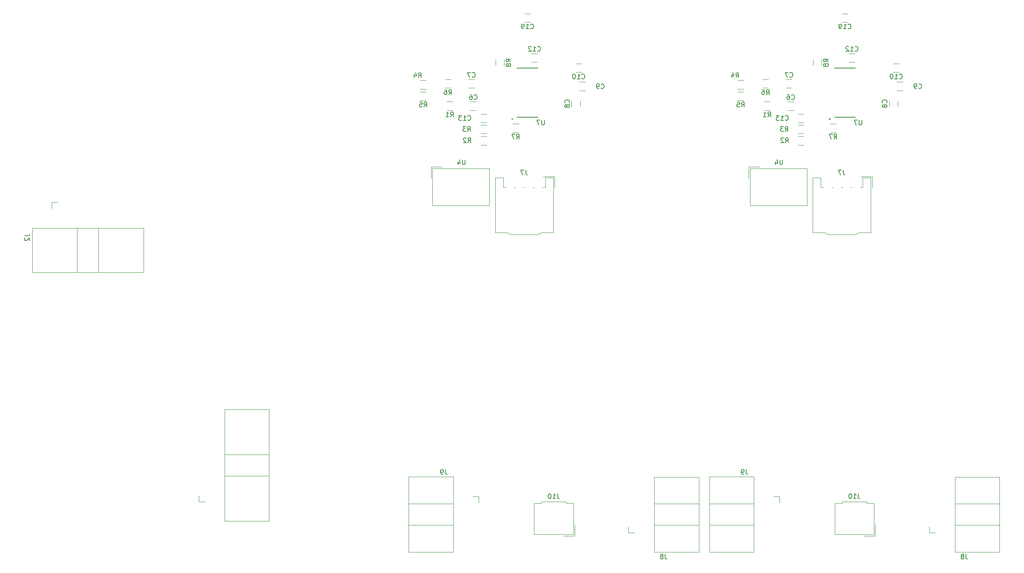
<source format=gbr>
G04 #@! TF.GenerationSoftware,KiCad,Pcbnew,(5.1.5)-3*
G04 #@! TF.CreationDate,2021-05-17T18:43:42+02:00*
G04 #@! TF.ProjectId,MK2EE,4d4b3245-452e-46b6-9963-61645f706362,1*
G04 #@! TF.SameCoordinates,Original*
G04 #@! TF.FileFunction,Legend,Bot*
G04 #@! TF.FilePolarity,Positive*
%FSLAX46Y46*%
G04 Gerber Fmt 4.6, Leading zero omitted, Abs format (unit mm)*
G04 Created by KiCad (PCBNEW (5.1.5)-3) date 2021-05-17 18:43:42*
%MOMM*%
%LPD*%
G04 APERTURE LIST*
%ADD10C,0.120000*%
%ADD11C,0.127000*%
%ADD12C,0.200000*%
%ADD13C,0.150000*%
G04 APERTURE END LIST*
D10*
X230046000Y-189290000D02*
X220696000Y-189290000D01*
X230046000Y-194930000D02*
X230046000Y-179150000D01*
X230046000Y-194930000D02*
X220696000Y-194930000D01*
X230046000Y-184790000D02*
X220696000Y-184790000D01*
X230046000Y-179150000D02*
X220696000Y-179150000D01*
X220696000Y-179150000D02*
X220696000Y-194930000D01*
X234176000Y-183230000D02*
X235446000Y-183230000D01*
X235446000Y-183230000D02*
X235446000Y-184500000D01*
X255561000Y-191560000D02*
X253151000Y-191560000D01*
X255561000Y-189150000D02*
X255561000Y-191560000D01*
X247041000Y-191260000D02*
X251151000Y-191260000D01*
X247041000Y-184740000D02*
X247041000Y-191260000D01*
X248541000Y-184740000D02*
X247041000Y-184740000D01*
X248541000Y-184340000D02*
X248541000Y-184740000D01*
X251151000Y-184340000D02*
X248541000Y-184340000D01*
X255261000Y-191260000D02*
X251151000Y-191260000D01*
X255261000Y-184740000D02*
X255261000Y-191260000D01*
X253761000Y-184740000D02*
X255261000Y-184740000D01*
X253761000Y-184340000D02*
X253761000Y-184740000D01*
X251151000Y-184340000D02*
X253761000Y-184340000D01*
X272256000Y-184810000D02*
X281606000Y-184810000D01*
X272256000Y-179170000D02*
X272256000Y-194950000D01*
X272256000Y-179170000D02*
X281606000Y-179170000D01*
X272256000Y-189310000D02*
X281606000Y-189310000D01*
X272256000Y-194950000D02*
X281606000Y-194950000D01*
X281606000Y-194950000D02*
X281606000Y-179170000D01*
X268126000Y-190870000D02*
X266856000Y-190870000D01*
X266856000Y-190870000D02*
X266856000Y-189600000D01*
X246092936Y-104945000D02*
X247297064Y-104945000D01*
X246092936Y-106765000D02*
X247297064Y-106765000D01*
X242485000Y-92707064D02*
X242485000Y-91502936D01*
X244305000Y-92707064D02*
X244305000Y-91502936D01*
X231882936Y-95625000D02*
X233087064Y-95625000D01*
X231882936Y-97445000D02*
X233087064Y-97445000D01*
X254905000Y-115995000D02*
X252495000Y-115995000D01*
X254905000Y-118405000D02*
X254905000Y-115995000D01*
X246635000Y-118345000D02*
X246355000Y-118345000D01*
X248635000Y-118345000D02*
X248355000Y-118345000D01*
X250635000Y-118345000D02*
X250355000Y-118345000D01*
X244105000Y-118345000D02*
X244635000Y-118345000D01*
X244105000Y-116295000D02*
X244105000Y-118345000D01*
X242385000Y-116295000D02*
X244105000Y-116295000D01*
X242385000Y-127765000D02*
X242385000Y-116295000D01*
X244995000Y-127765000D02*
X242385000Y-127765000D01*
X245495000Y-128265000D02*
X244995000Y-127765000D01*
X248495000Y-128265000D02*
X245495000Y-128265000D01*
X252885000Y-118345000D02*
X252355000Y-118345000D01*
X252885000Y-116295000D02*
X252885000Y-118345000D01*
X254605000Y-116295000D02*
X252885000Y-116295000D01*
X254605000Y-127765000D02*
X254605000Y-116295000D01*
X251995000Y-127765000D02*
X254605000Y-127765000D01*
X251495000Y-128265000D02*
X251995000Y-127765000D01*
X248495000Y-128265000D02*
X251495000Y-128265000D01*
X259327936Y-92325000D02*
X260532064Y-92325000D01*
X259327936Y-94145000D02*
X260532064Y-94145000D01*
X240572064Y-104690000D02*
X239367936Y-104690000D01*
X240572064Y-102870000D02*
X239367936Y-102870000D01*
X240572064Y-109390000D02*
X239367936Y-109390000D01*
X240572064Y-107570000D02*
X239367936Y-107570000D01*
X260280000Y-100112936D02*
X260280000Y-101317064D01*
X258460000Y-100112936D02*
X258460000Y-101317064D01*
X226687936Y-98225000D02*
X227892064Y-98225000D01*
X226687936Y-100045000D02*
X227892064Y-100045000D01*
X227892064Y-97645000D02*
X226687936Y-97645000D01*
X227892064Y-95825000D02*
X226687936Y-95825000D01*
X239367936Y-105195000D02*
X240572064Y-105195000D01*
X239367936Y-107015000D02*
X240572064Y-107015000D01*
X232232936Y-100310000D02*
X233437064Y-100310000D01*
X232232936Y-102130000D02*
X233437064Y-102130000D01*
X248567936Y-81820000D02*
X249772064Y-81820000D01*
X248567936Y-83640000D02*
X249772064Y-83640000D01*
X251234564Y-91990000D02*
X250030436Y-91990000D01*
X251234564Y-90170000D02*
X250030436Y-90170000D01*
X260127936Y-96165000D02*
X261332064Y-96165000D01*
X260127936Y-97985000D02*
X261332064Y-97985000D01*
D11*
X246970000Y-93235000D02*
X251370000Y-93235000D01*
X246970000Y-103575000D02*
X251370000Y-103575000D01*
D12*
X246100000Y-103965000D02*
G75*
G03X246100000Y-103965000I-100000J0D01*
G01*
D10*
X238037064Y-97445000D02*
X236832936Y-97445000D01*
X238037064Y-95625000D02*
X236832936Y-95625000D01*
X238387064Y-102130000D02*
X237182936Y-102130000D01*
X238387064Y-100310000D02*
X237182936Y-100310000D01*
X229250000Y-114310000D02*
X229250000Y-122160000D01*
X229250000Y-122160000D02*
X241190000Y-122160000D01*
X241190000Y-122160000D02*
X241190000Y-114310000D01*
X241190000Y-114310000D02*
X229250000Y-114310000D01*
X228920000Y-116430000D02*
X228920000Y-113980000D01*
X228920000Y-113980000D02*
X231250000Y-113980000D01*
X181845000Y-128265000D02*
X184845000Y-128265000D01*
X184845000Y-128265000D02*
X185345000Y-127765000D01*
X185345000Y-127765000D02*
X187955000Y-127765000D01*
X187955000Y-127765000D02*
X187955000Y-116295000D01*
X187955000Y-116295000D02*
X186235000Y-116295000D01*
X186235000Y-116295000D02*
X186235000Y-118345000D01*
X186235000Y-118345000D02*
X185705000Y-118345000D01*
X181845000Y-128265000D02*
X178845000Y-128265000D01*
X178845000Y-128265000D02*
X178345000Y-127765000D01*
X178345000Y-127765000D02*
X175735000Y-127765000D01*
X175735000Y-127765000D02*
X175735000Y-116295000D01*
X175735000Y-116295000D02*
X177455000Y-116295000D01*
X177455000Y-116295000D02*
X177455000Y-118345000D01*
X177455000Y-118345000D02*
X177985000Y-118345000D01*
X183985000Y-118345000D02*
X183705000Y-118345000D01*
X181985000Y-118345000D02*
X181705000Y-118345000D01*
X179985000Y-118345000D02*
X179705000Y-118345000D01*
X188255000Y-118405000D02*
X188255000Y-115995000D01*
X188255000Y-115995000D02*
X185845000Y-115995000D01*
X203746000Y-190870000D02*
X203746000Y-189600000D01*
X205016000Y-190870000D02*
X203746000Y-190870000D01*
X218496000Y-194950000D02*
X218496000Y-179170000D01*
X209146000Y-194950000D02*
X218496000Y-194950000D01*
X209146000Y-189310000D02*
X218496000Y-189310000D01*
X209146000Y-179170000D02*
X218496000Y-179170000D01*
X209146000Y-179170000D02*
X209146000Y-194950000D01*
X209146000Y-184810000D02*
X218496000Y-184810000D01*
X172336000Y-183230000D02*
X172336000Y-184500000D01*
X171066000Y-183230000D02*
X172336000Y-183230000D01*
X157586000Y-179150000D02*
X157586000Y-194930000D01*
X166936000Y-179150000D02*
X157586000Y-179150000D01*
X166936000Y-184790000D02*
X157586000Y-184790000D01*
X166936000Y-194930000D02*
X157586000Y-194930000D01*
X166936000Y-194930000D02*
X166936000Y-179150000D01*
X166936000Y-189290000D02*
X157586000Y-189290000D01*
X188041000Y-184340000D02*
X190651000Y-184340000D01*
X190651000Y-184340000D02*
X190651000Y-184740000D01*
X190651000Y-184740000D02*
X192151000Y-184740000D01*
X192151000Y-184740000D02*
X192151000Y-191260000D01*
X192151000Y-191260000D02*
X188041000Y-191260000D01*
X188041000Y-184340000D02*
X185431000Y-184340000D01*
X185431000Y-184340000D02*
X185431000Y-184740000D01*
X185431000Y-184740000D02*
X183931000Y-184740000D01*
X183931000Y-184740000D02*
X183931000Y-191260000D01*
X183931000Y-191260000D02*
X188041000Y-191260000D01*
X192451000Y-189150000D02*
X192451000Y-191560000D01*
X192451000Y-191560000D02*
X190041000Y-191560000D01*
X162270000Y-113980000D02*
X164600000Y-113980000D01*
X162270000Y-116430000D02*
X162270000Y-113980000D01*
X174540000Y-114310000D02*
X162600000Y-114310000D01*
X174540000Y-122160000D02*
X174540000Y-114310000D01*
X162600000Y-122160000D02*
X174540000Y-122160000D01*
X162600000Y-114310000D02*
X162600000Y-122160000D01*
D12*
X179450000Y-103965000D02*
G75*
G03X179450000Y-103965000I-100000J0D01*
G01*
D11*
X180320000Y-103575000D02*
X184720000Y-103575000D01*
X180320000Y-93235000D02*
X184720000Y-93235000D01*
D10*
X92489000Y-126874000D02*
X92489000Y-136224000D01*
X87989000Y-126874000D02*
X87989000Y-136224000D01*
X101939000Y-126874000D02*
X78539000Y-126874000D01*
X101939000Y-126874000D02*
X101939000Y-136224000D01*
X78539000Y-126874000D02*
X78539000Y-136224000D01*
X78539000Y-136224000D02*
X101939000Y-136224000D01*
X82619000Y-122744000D02*
X82619000Y-121474000D01*
X82619000Y-121474000D02*
X83889000Y-121474000D01*
X118939000Y-174454000D02*
X128289000Y-174454000D01*
X118939000Y-178954000D02*
X128289000Y-178954000D01*
X118939000Y-165004000D02*
X118939000Y-188404000D01*
X118939000Y-165004000D02*
X128289000Y-165004000D01*
X118939000Y-188404000D02*
X128289000Y-188404000D01*
X128289000Y-188404000D02*
X128289000Y-165004000D01*
X114809000Y-184324000D02*
X113539000Y-184324000D01*
X113539000Y-184324000D02*
X113539000Y-183054000D01*
X171737064Y-100310000D02*
X170532936Y-100310000D01*
X171737064Y-102130000D02*
X170532936Y-102130000D01*
X171387064Y-95625000D02*
X170182936Y-95625000D01*
X171387064Y-97445000D02*
X170182936Y-97445000D01*
X191810000Y-100112936D02*
X191810000Y-101317064D01*
X193630000Y-100112936D02*
X193630000Y-101317064D01*
X193477936Y-97985000D02*
X194682064Y-97985000D01*
X193477936Y-96165000D02*
X194682064Y-96165000D01*
X192677936Y-94145000D02*
X193882064Y-94145000D01*
X192677936Y-92325000D02*
X193882064Y-92325000D01*
X184584564Y-90170000D02*
X183380436Y-90170000D01*
X184584564Y-91990000D02*
X183380436Y-91990000D01*
X173922064Y-102870000D02*
X172717936Y-102870000D01*
X173922064Y-104690000D02*
X172717936Y-104690000D01*
X181917936Y-83640000D02*
X183122064Y-83640000D01*
X181917936Y-81820000D02*
X183122064Y-81820000D01*
X165582936Y-102130000D02*
X166787064Y-102130000D01*
X165582936Y-100310000D02*
X166787064Y-100310000D01*
X173922064Y-107570000D02*
X172717936Y-107570000D01*
X173922064Y-109390000D02*
X172717936Y-109390000D01*
X172717936Y-107015000D02*
X173922064Y-107015000D01*
X172717936Y-105195000D02*
X173922064Y-105195000D01*
X161242064Y-95825000D02*
X160037936Y-95825000D01*
X161242064Y-97645000D02*
X160037936Y-97645000D01*
X160037936Y-100045000D02*
X161242064Y-100045000D01*
X160037936Y-98225000D02*
X161242064Y-98225000D01*
X165232936Y-97445000D02*
X166437064Y-97445000D01*
X165232936Y-95625000D02*
X166437064Y-95625000D01*
X179442936Y-106765000D02*
X180647064Y-106765000D01*
X179442936Y-104945000D02*
X180647064Y-104945000D01*
X177655000Y-92707064D02*
X177655000Y-91502936D01*
X175835000Y-92707064D02*
X175835000Y-91502936D01*
D13*
X228404333Y-177602380D02*
X228404333Y-178316666D01*
X228451952Y-178459523D01*
X228547190Y-178554761D01*
X228690047Y-178602380D01*
X228785285Y-178602380D01*
X227880523Y-178602380D02*
X227690047Y-178602380D01*
X227594809Y-178554761D01*
X227547190Y-178507142D01*
X227451952Y-178364285D01*
X227404333Y-178173809D01*
X227404333Y-177792857D01*
X227451952Y-177697619D01*
X227499571Y-177650000D01*
X227594809Y-177602380D01*
X227785285Y-177602380D01*
X227880523Y-177650000D01*
X227928142Y-177697619D01*
X227975761Y-177792857D01*
X227975761Y-178030952D01*
X227928142Y-178126190D01*
X227880523Y-178173809D01*
X227785285Y-178221428D01*
X227594809Y-178221428D01*
X227499571Y-178173809D01*
X227451952Y-178126190D01*
X227404333Y-178030952D01*
X251960523Y-182702380D02*
X251960523Y-183416666D01*
X252008142Y-183559523D01*
X252103380Y-183654761D01*
X252246238Y-183702380D01*
X252341476Y-183702380D01*
X250960523Y-183702380D02*
X251531952Y-183702380D01*
X251246238Y-183702380D02*
X251246238Y-182702380D01*
X251341476Y-182845238D01*
X251436714Y-182940476D01*
X251531952Y-182988095D01*
X250341476Y-182702380D02*
X250246238Y-182702380D01*
X250151000Y-182750000D01*
X250103380Y-182797619D01*
X250055761Y-182892857D01*
X250008142Y-183083333D01*
X250008142Y-183321428D01*
X250055761Y-183511904D01*
X250103380Y-183607142D01*
X250151000Y-183654761D01*
X250246238Y-183702380D01*
X250341476Y-183702380D01*
X250436714Y-183654761D01*
X250484333Y-183607142D01*
X250531952Y-183511904D01*
X250579571Y-183321428D01*
X250579571Y-183083333D01*
X250531952Y-182892857D01*
X250484333Y-182797619D01*
X250436714Y-182750000D01*
X250341476Y-182702380D01*
X274564333Y-195402380D02*
X274564333Y-196116666D01*
X274611952Y-196259523D01*
X274707190Y-196354761D01*
X274850047Y-196402380D01*
X274945285Y-196402380D01*
X273945285Y-195830952D02*
X274040523Y-195783333D01*
X274088142Y-195735714D01*
X274135761Y-195640476D01*
X274135761Y-195592857D01*
X274088142Y-195497619D01*
X274040523Y-195450000D01*
X273945285Y-195402380D01*
X273754809Y-195402380D01*
X273659571Y-195450000D01*
X273611952Y-195497619D01*
X273564333Y-195592857D01*
X273564333Y-195640476D01*
X273611952Y-195735714D01*
X273659571Y-195783333D01*
X273754809Y-195830952D01*
X273945285Y-195830952D01*
X274040523Y-195878571D01*
X274088142Y-195926190D01*
X274135761Y-196021428D01*
X274135761Y-196211904D01*
X274088142Y-196307142D01*
X274040523Y-196354761D01*
X273945285Y-196402380D01*
X273754809Y-196402380D01*
X273659571Y-196354761D01*
X273611952Y-196307142D01*
X273564333Y-196211904D01*
X273564333Y-196021428D01*
X273611952Y-195926190D01*
X273659571Y-195878571D01*
X273754809Y-195830952D01*
X246861666Y-108127380D02*
X247195000Y-107651190D01*
X247433095Y-108127380D02*
X247433095Y-107127380D01*
X247052142Y-107127380D01*
X246956904Y-107175000D01*
X246909285Y-107222619D01*
X246861666Y-107317857D01*
X246861666Y-107460714D01*
X246909285Y-107555952D01*
X246956904Y-107603571D01*
X247052142Y-107651190D01*
X247433095Y-107651190D01*
X246528333Y-107127380D02*
X245861666Y-107127380D01*
X246290238Y-108127380D01*
X245667380Y-91938333D02*
X245191190Y-91605000D01*
X245667380Y-91366904D02*
X244667380Y-91366904D01*
X244667380Y-91747857D01*
X244715000Y-91843095D01*
X244762619Y-91890714D01*
X244857857Y-91938333D01*
X245000714Y-91938333D01*
X245095952Y-91890714D01*
X245143571Y-91843095D01*
X245191190Y-91747857D01*
X245191190Y-91366904D01*
X245095952Y-92509761D02*
X245048333Y-92414523D01*
X245000714Y-92366904D01*
X244905476Y-92319285D01*
X244857857Y-92319285D01*
X244762619Y-92366904D01*
X244715000Y-92414523D01*
X244667380Y-92509761D01*
X244667380Y-92700238D01*
X244715000Y-92795476D01*
X244762619Y-92843095D01*
X244857857Y-92890714D01*
X244905476Y-92890714D01*
X245000714Y-92843095D01*
X245048333Y-92795476D01*
X245095952Y-92700238D01*
X245095952Y-92509761D01*
X245143571Y-92414523D01*
X245191190Y-92366904D01*
X245286428Y-92319285D01*
X245476904Y-92319285D01*
X245572142Y-92366904D01*
X245619761Y-92414523D01*
X245667380Y-92509761D01*
X245667380Y-92700238D01*
X245619761Y-92795476D01*
X245572142Y-92843095D01*
X245476904Y-92890714D01*
X245286428Y-92890714D01*
X245191190Y-92843095D01*
X245143571Y-92795476D01*
X245095952Y-92700238D01*
X232651666Y-98807380D02*
X232985000Y-98331190D01*
X233223095Y-98807380D02*
X233223095Y-97807380D01*
X232842142Y-97807380D01*
X232746904Y-97855000D01*
X232699285Y-97902619D01*
X232651666Y-97997857D01*
X232651666Y-98140714D01*
X232699285Y-98235952D01*
X232746904Y-98283571D01*
X232842142Y-98331190D01*
X233223095Y-98331190D01*
X231794523Y-97807380D02*
X231985000Y-97807380D01*
X232080238Y-97855000D01*
X232127857Y-97902619D01*
X232223095Y-98045476D01*
X232270714Y-98235952D01*
X232270714Y-98616904D01*
X232223095Y-98712142D01*
X232175476Y-98759761D01*
X232080238Y-98807380D01*
X231889761Y-98807380D01*
X231794523Y-98759761D01*
X231746904Y-98712142D01*
X231699285Y-98616904D01*
X231699285Y-98378809D01*
X231746904Y-98283571D01*
X231794523Y-98235952D01*
X231889761Y-98188333D01*
X232080238Y-98188333D01*
X232175476Y-98235952D01*
X232223095Y-98283571D01*
X232270714Y-98378809D01*
X248828333Y-114657380D02*
X248828333Y-115371666D01*
X248875952Y-115514523D01*
X248971190Y-115609761D01*
X249114047Y-115657380D01*
X249209285Y-115657380D01*
X248447380Y-114657380D02*
X247780714Y-114657380D01*
X248209285Y-115657380D01*
X260572857Y-95412142D02*
X260620476Y-95459761D01*
X260763333Y-95507380D01*
X260858571Y-95507380D01*
X261001428Y-95459761D01*
X261096666Y-95364523D01*
X261144285Y-95269285D01*
X261191904Y-95078809D01*
X261191904Y-94935952D01*
X261144285Y-94745476D01*
X261096666Y-94650238D01*
X261001428Y-94555000D01*
X260858571Y-94507380D01*
X260763333Y-94507380D01*
X260620476Y-94555000D01*
X260572857Y-94602619D01*
X259620476Y-95507380D02*
X260191904Y-95507380D01*
X259906190Y-95507380D02*
X259906190Y-94507380D01*
X260001428Y-94650238D01*
X260096666Y-94745476D01*
X260191904Y-94793095D01*
X259001428Y-94507380D02*
X258906190Y-94507380D01*
X258810952Y-94555000D01*
X258763333Y-94602619D01*
X258715714Y-94697857D01*
X258668095Y-94888333D01*
X258668095Y-95126428D01*
X258715714Y-95316904D01*
X258763333Y-95412142D01*
X258810952Y-95459761D01*
X258906190Y-95507380D01*
X259001428Y-95507380D01*
X259096666Y-95459761D01*
X259144285Y-95412142D01*
X259191904Y-95316904D01*
X259239523Y-95126428D01*
X259239523Y-94888333D01*
X259191904Y-94697857D01*
X259144285Y-94602619D01*
X259096666Y-94555000D01*
X259001428Y-94507380D01*
X236652857Y-104137142D02*
X236700476Y-104184761D01*
X236843333Y-104232380D01*
X236938571Y-104232380D01*
X237081428Y-104184761D01*
X237176666Y-104089523D01*
X237224285Y-103994285D01*
X237271904Y-103803809D01*
X237271904Y-103660952D01*
X237224285Y-103470476D01*
X237176666Y-103375238D01*
X237081428Y-103280000D01*
X236938571Y-103232380D01*
X236843333Y-103232380D01*
X236700476Y-103280000D01*
X236652857Y-103327619D01*
X235700476Y-104232380D02*
X236271904Y-104232380D01*
X235986190Y-104232380D02*
X235986190Y-103232380D01*
X236081428Y-103375238D01*
X236176666Y-103470476D01*
X236271904Y-103518095D01*
X235367142Y-103232380D02*
X234748095Y-103232380D01*
X235081428Y-103613333D01*
X234938571Y-103613333D01*
X234843333Y-103660952D01*
X234795714Y-103708571D01*
X234748095Y-103803809D01*
X234748095Y-104041904D01*
X234795714Y-104137142D01*
X234843333Y-104184761D01*
X234938571Y-104232380D01*
X235224285Y-104232380D01*
X235319523Y-104184761D01*
X235367142Y-104137142D01*
X236666666Y-108902380D02*
X237000000Y-108426190D01*
X237238095Y-108902380D02*
X237238095Y-107902380D01*
X236857142Y-107902380D01*
X236761904Y-107950000D01*
X236714285Y-107997619D01*
X236666666Y-108092857D01*
X236666666Y-108235714D01*
X236714285Y-108330952D01*
X236761904Y-108378571D01*
X236857142Y-108426190D01*
X237238095Y-108426190D01*
X236285714Y-107997619D02*
X236238095Y-107950000D01*
X236142857Y-107902380D01*
X235904761Y-107902380D01*
X235809523Y-107950000D01*
X235761904Y-107997619D01*
X235714285Y-108092857D01*
X235714285Y-108188095D01*
X235761904Y-108330952D01*
X236333333Y-108902380D01*
X235714285Y-108902380D01*
X257907142Y-100548333D02*
X257954761Y-100500714D01*
X258002380Y-100357857D01*
X258002380Y-100262619D01*
X257954761Y-100119761D01*
X257859523Y-100024523D01*
X257764285Y-99976904D01*
X257573809Y-99929285D01*
X257430952Y-99929285D01*
X257240476Y-99976904D01*
X257145238Y-100024523D01*
X257050000Y-100119761D01*
X257002380Y-100262619D01*
X257002380Y-100357857D01*
X257050000Y-100500714D01*
X257097619Y-100548333D01*
X257430952Y-101119761D02*
X257383333Y-101024523D01*
X257335714Y-100976904D01*
X257240476Y-100929285D01*
X257192857Y-100929285D01*
X257097619Y-100976904D01*
X257050000Y-101024523D01*
X257002380Y-101119761D01*
X257002380Y-101310238D01*
X257050000Y-101405476D01*
X257097619Y-101453095D01*
X257192857Y-101500714D01*
X257240476Y-101500714D01*
X257335714Y-101453095D01*
X257383333Y-101405476D01*
X257430952Y-101310238D01*
X257430952Y-101119761D01*
X257478571Y-101024523D01*
X257526190Y-100976904D01*
X257621428Y-100929285D01*
X257811904Y-100929285D01*
X257907142Y-100976904D01*
X257954761Y-101024523D01*
X258002380Y-101119761D01*
X258002380Y-101310238D01*
X257954761Y-101405476D01*
X257907142Y-101453095D01*
X257811904Y-101500714D01*
X257621428Y-101500714D01*
X257526190Y-101453095D01*
X257478571Y-101405476D01*
X257430952Y-101310238D01*
X227456666Y-101407380D02*
X227790000Y-100931190D01*
X228028095Y-101407380D02*
X228028095Y-100407380D01*
X227647142Y-100407380D01*
X227551904Y-100455000D01*
X227504285Y-100502619D01*
X227456666Y-100597857D01*
X227456666Y-100740714D01*
X227504285Y-100835952D01*
X227551904Y-100883571D01*
X227647142Y-100931190D01*
X228028095Y-100931190D01*
X226551904Y-100407380D02*
X227028095Y-100407380D01*
X227075714Y-100883571D01*
X227028095Y-100835952D01*
X226932857Y-100788333D01*
X226694761Y-100788333D01*
X226599523Y-100835952D01*
X226551904Y-100883571D01*
X226504285Y-100978809D01*
X226504285Y-101216904D01*
X226551904Y-101312142D01*
X226599523Y-101359761D01*
X226694761Y-101407380D01*
X226932857Y-101407380D01*
X227028095Y-101359761D01*
X227075714Y-101312142D01*
X226286666Y-95237380D02*
X226620000Y-94761190D01*
X226858095Y-95237380D02*
X226858095Y-94237380D01*
X226477142Y-94237380D01*
X226381904Y-94285000D01*
X226334285Y-94332619D01*
X226286666Y-94427857D01*
X226286666Y-94570714D01*
X226334285Y-94665952D01*
X226381904Y-94713571D01*
X226477142Y-94761190D01*
X226858095Y-94761190D01*
X225429523Y-94570714D02*
X225429523Y-95237380D01*
X225667619Y-94189761D02*
X225905714Y-94904047D01*
X225286666Y-94904047D01*
X236606666Y-106552380D02*
X236940000Y-106076190D01*
X237178095Y-106552380D02*
X237178095Y-105552380D01*
X236797142Y-105552380D01*
X236701904Y-105600000D01*
X236654285Y-105647619D01*
X236606666Y-105742857D01*
X236606666Y-105885714D01*
X236654285Y-105980952D01*
X236701904Y-106028571D01*
X236797142Y-106076190D01*
X237178095Y-106076190D01*
X236273333Y-105552380D02*
X235654285Y-105552380D01*
X235987619Y-105933333D01*
X235844761Y-105933333D01*
X235749523Y-105980952D01*
X235701904Y-106028571D01*
X235654285Y-106123809D01*
X235654285Y-106361904D01*
X235701904Y-106457142D01*
X235749523Y-106504761D01*
X235844761Y-106552380D01*
X236130476Y-106552380D01*
X236225714Y-106504761D01*
X236273333Y-106457142D01*
X233001666Y-103492380D02*
X233335000Y-103016190D01*
X233573095Y-103492380D02*
X233573095Y-102492380D01*
X233192142Y-102492380D01*
X233096904Y-102540000D01*
X233049285Y-102587619D01*
X233001666Y-102682857D01*
X233001666Y-102825714D01*
X233049285Y-102920952D01*
X233096904Y-102968571D01*
X233192142Y-103016190D01*
X233573095Y-103016190D01*
X232049285Y-103492380D02*
X232620714Y-103492380D01*
X232335000Y-103492380D02*
X232335000Y-102492380D01*
X232430238Y-102635238D01*
X232525476Y-102730476D01*
X232620714Y-102778095D01*
X249812857Y-84907142D02*
X249860476Y-84954761D01*
X250003333Y-85002380D01*
X250098571Y-85002380D01*
X250241428Y-84954761D01*
X250336666Y-84859523D01*
X250384285Y-84764285D01*
X250431904Y-84573809D01*
X250431904Y-84430952D01*
X250384285Y-84240476D01*
X250336666Y-84145238D01*
X250241428Y-84050000D01*
X250098571Y-84002380D01*
X250003333Y-84002380D01*
X249860476Y-84050000D01*
X249812857Y-84097619D01*
X248860476Y-85002380D02*
X249431904Y-85002380D01*
X249146190Y-85002380D02*
X249146190Y-84002380D01*
X249241428Y-84145238D01*
X249336666Y-84240476D01*
X249431904Y-84288095D01*
X248384285Y-85002380D02*
X248193809Y-85002380D01*
X248098571Y-84954761D01*
X248050952Y-84907142D01*
X247955714Y-84764285D01*
X247908095Y-84573809D01*
X247908095Y-84192857D01*
X247955714Y-84097619D01*
X248003333Y-84050000D01*
X248098571Y-84002380D01*
X248289047Y-84002380D01*
X248384285Y-84050000D01*
X248431904Y-84097619D01*
X248479523Y-84192857D01*
X248479523Y-84430952D01*
X248431904Y-84526190D01*
X248384285Y-84573809D01*
X248289047Y-84621428D01*
X248098571Y-84621428D01*
X248003333Y-84573809D01*
X247955714Y-84526190D01*
X247908095Y-84430952D01*
X251275357Y-89617142D02*
X251322976Y-89664761D01*
X251465833Y-89712380D01*
X251561071Y-89712380D01*
X251703928Y-89664761D01*
X251799166Y-89569523D01*
X251846785Y-89474285D01*
X251894404Y-89283809D01*
X251894404Y-89140952D01*
X251846785Y-88950476D01*
X251799166Y-88855238D01*
X251703928Y-88760000D01*
X251561071Y-88712380D01*
X251465833Y-88712380D01*
X251322976Y-88760000D01*
X251275357Y-88807619D01*
X250322976Y-89712380D02*
X250894404Y-89712380D01*
X250608690Y-89712380D02*
X250608690Y-88712380D01*
X250703928Y-88855238D01*
X250799166Y-88950476D01*
X250894404Y-88998095D01*
X249942023Y-88807619D02*
X249894404Y-88760000D01*
X249799166Y-88712380D01*
X249561071Y-88712380D01*
X249465833Y-88760000D01*
X249418214Y-88807619D01*
X249370595Y-88902857D01*
X249370595Y-88998095D01*
X249418214Y-89140952D01*
X249989642Y-89712380D01*
X249370595Y-89712380D01*
X264626666Y-97477142D02*
X264674285Y-97524761D01*
X264817142Y-97572380D01*
X264912380Y-97572380D01*
X265055238Y-97524761D01*
X265150476Y-97429523D01*
X265198095Y-97334285D01*
X265245714Y-97143809D01*
X265245714Y-97000952D01*
X265198095Y-96810476D01*
X265150476Y-96715238D01*
X265055238Y-96620000D01*
X264912380Y-96572380D01*
X264817142Y-96572380D01*
X264674285Y-96620000D01*
X264626666Y-96667619D01*
X264150476Y-97572380D02*
X263960000Y-97572380D01*
X263864761Y-97524761D01*
X263817142Y-97477142D01*
X263721904Y-97334285D01*
X263674285Y-97143809D01*
X263674285Y-96762857D01*
X263721904Y-96667619D01*
X263769523Y-96620000D01*
X263864761Y-96572380D01*
X264055238Y-96572380D01*
X264150476Y-96620000D01*
X264198095Y-96667619D01*
X264245714Y-96762857D01*
X264245714Y-97000952D01*
X264198095Y-97096190D01*
X264150476Y-97143809D01*
X264055238Y-97191428D01*
X263864761Y-97191428D01*
X263769523Y-97143809D01*
X263721904Y-97096190D01*
X263674285Y-97000952D01*
X252721904Y-104192380D02*
X252721904Y-105001904D01*
X252674285Y-105097142D01*
X252626666Y-105144761D01*
X252531428Y-105192380D01*
X252340952Y-105192380D01*
X252245714Y-105144761D01*
X252198095Y-105097142D01*
X252150476Y-105001904D01*
X252150476Y-104192380D01*
X251769523Y-104192380D02*
X251102857Y-104192380D01*
X251531428Y-105192380D01*
X237601666Y-95072142D02*
X237649285Y-95119761D01*
X237792142Y-95167380D01*
X237887380Y-95167380D01*
X238030238Y-95119761D01*
X238125476Y-95024523D01*
X238173095Y-94929285D01*
X238220714Y-94738809D01*
X238220714Y-94595952D01*
X238173095Y-94405476D01*
X238125476Y-94310238D01*
X238030238Y-94215000D01*
X237887380Y-94167380D01*
X237792142Y-94167380D01*
X237649285Y-94215000D01*
X237601666Y-94262619D01*
X237268333Y-94167380D02*
X236601666Y-94167380D01*
X237030238Y-95167380D01*
X237951666Y-99757142D02*
X237999285Y-99804761D01*
X238142142Y-99852380D01*
X238237380Y-99852380D01*
X238380238Y-99804761D01*
X238475476Y-99709523D01*
X238523095Y-99614285D01*
X238570714Y-99423809D01*
X238570714Y-99280952D01*
X238523095Y-99090476D01*
X238475476Y-98995238D01*
X238380238Y-98900000D01*
X238237380Y-98852380D01*
X238142142Y-98852380D01*
X237999285Y-98900000D01*
X237951666Y-98947619D01*
X237094523Y-98852380D02*
X237285000Y-98852380D01*
X237380238Y-98900000D01*
X237427857Y-98947619D01*
X237523095Y-99090476D01*
X237570714Y-99280952D01*
X237570714Y-99661904D01*
X237523095Y-99757142D01*
X237475476Y-99804761D01*
X237380238Y-99852380D01*
X237189761Y-99852380D01*
X237094523Y-99804761D01*
X237046904Y-99757142D01*
X236999285Y-99661904D01*
X236999285Y-99423809D01*
X237046904Y-99328571D01*
X237094523Y-99280952D01*
X237189761Y-99233333D01*
X237380238Y-99233333D01*
X237475476Y-99280952D01*
X237523095Y-99328571D01*
X237570714Y-99423809D01*
X236091904Y-112532380D02*
X236091904Y-113341904D01*
X236044285Y-113437142D01*
X235996666Y-113484761D01*
X235901428Y-113532380D01*
X235710952Y-113532380D01*
X235615714Y-113484761D01*
X235568095Y-113437142D01*
X235520476Y-113341904D01*
X235520476Y-112532380D01*
X234615714Y-112865714D02*
X234615714Y-113532380D01*
X234853809Y-112484761D02*
X235091904Y-113199047D01*
X234472857Y-113199047D01*
X182178333Y-114657380D02*
X182178333Y-115371666D01*
X182225952Y-115514523D01*
X182321190Y-115609761D01*
X182464047Y-115657380D01*
X182559285Y-115657380D01*
X181797380Y-114657380D02*
X181130714Y-114657380D01*
X181559285Y-115657380D01*
X211454333Y-195402380D02*
X211454333Y-196116666D01*
X211501952Y-196259523D01*
X211597190Y-196354761D01*
X211740047Y-196402380D01*
X211835285Y-196402380D01*
X210835285Y-195830952D02*
X210930523Y-195783333D01*
X210978142Y-195735714D01*
X211025761Y-195640476D01*
X211025761Y-195592857D01*
X210978142Y-195497619D01*
X210930523Y-195450000D01*
X210835285Y-195402380D01*
X210644809Y-195402380D01*
X210549571Y-195450000D01*
X210501952Y-195497619D01*
X210454333Y-195592857D01*
X210454333Y-195640476D01*
X210501952Y-195735714D01*
X210549571Y-195783333D01*
X210644809Y-195830952D01*
X210835285Y-195830952D01*
X210930523Y-195878571D01*
X210978142Y-195926190D01*
X211025761Y-196021428D01*
X211025761Y-196211904D01*
X210978142Y-196307142D01*
X210930523Y-196354761D01*
X210835285Y-196402380D01*
X210644809Y-196402380D01*
X210549571Y-196354761D01*
X210501952Y-196307142D01*
X210454333Y-196211904D01*
X210454333Y-196021428D01*
X210501952Y-195926190D01*
X210549571Y-195878571D01*
X210644809Y-195830952D01*
X165294333Y-177602380D02*
X165294333Y-178316666D01*
X165341952Y-178459523D01*
X165437190Y-178554761D01*
X165580047Y-178602380D01*
X165675285Y-178602380D01*
X164770523Y-178602380D02*
X164580047Y-178602380D01*
X164484809Y-178554761D01*
X164437190Y-178507142D01*
X164341952Y-178364285D01*
X164294333Y-178173809D01*
X164294333Y-177792857D01*
X164341952Y-177697619D01*
X164389571Y-177650000D01*
X164484809Y-177602380D01*
X164675285Y-177602380D01*
X164770523Y-177650000D01*
X164818142Y-177697619D01*
X164865761Y-177792857D01*
X164865761Y-178030952D01*
X164818142Y-178126190D01*
X164770523Y-178173809D01*
X164675285Y-178221428D01*
X164484809Y-178221428D01*
X164389571Y-178173809D01*
X164341952Y-178126190D01*
X164294333Y-178030952D01*
X188850523Y-182702380D02*
X188850523Y-183416666D01*
X188898142Y-183559523D01*
X188993380Y-183654761D01*
X189136238Y-183702380D01*
X189231476Y-183702380D01*
X187850523Y-183702380D02*
X188421952Y-183702380D01*
X188136238Y-183702380D02*
X188136238Y-182702380D01*
X188231476Y-182845238D01*
X188326714Y-182940476D01*
X188421952Y-182988095D01*
X187231476Y-182702380D02*
X187136238Y-182702380D01*
X187041000Y-182750000D01*
X186993380Y-182797619D01*
X186945761Y-182892857D01*
X186898142Y-183083333D01*
X186898142Y-183321428D01*
X186945761Y-183511904D01*
X186993380Y-183607142D01*
X187041000Y-183654761D01*
X187136238Y-183702380D01*
X187231476Y-183702380D01*
X187326714Y-183654761D01*
X187374333Y-183607142D01*
X187421952Y-183511904D01*
X187469571Y-183321428D01*
X187469571Y-183083333D01*
X187421952Y-182892857D01*
X187374333Y-182797619D01*
X187326714Y-182750000D01*
X187231476Y-182702380D01*
X169441904Y-112532380D02*
X169441904Y-113341904D01*
X169394285Y-113437142D01*
X169346666Y-113484761D01*
X169251428Y-113532380D01*
X169060952Y-113532380D01*
X168965714Y-113484761D01*
X168918095Y-113437142D01*
X168870476Y-113341904D01*
X168870476Y-112532380D01*
X167965714Y-112865714D02*
X167965714Y-113532380D01*
X168203809Y-112484761D02*
X168441904Y-113199047D01*
X167822857Y-113199047D01*
X186071904Y-104192380D02*
X186071904Y-105001904D01*
X186024285Y-105097142D01*
X185976666Y-105144761D01*
X185881428Y-105192380D01*
X185690952Y-105192380D01*
X185595714Y-105144761D01*
X185548095Y-105097142D01*
X185500476Y-105001904D01*
X185500476Y-104192380D01*
X185119523Y-104192380D02*
X184452857Y-104192380D01*
X184881428Y-105192380D01*
X76991380Y-128515666D02*
X77705666Y-128515666D01*
X77848523Y-128468047D01*
X77943761Y-128372809D01*
X77991380Y-128229952D01*
X77991380Y-128134714D01*
X77086619Y-128944238D02*
X77039000Y-128991857D01*
X76991380Y-129087095D01*
X76991380Y-129325190D01*
X77039000Y-129420428D01*
X77086619Y-129468047D01*
X77181857Y-129515666D01*
X77277095Y-129515666D01*
X77419952Y-129468047D01*
X77991380Y-128896619D01*
X77991380Y-129515666D01*
X171301666Y-99757142D02*
X171349285Y-99804761D01*
X171492142Y-99852380D01*
X171587380Y-99852380D01*
X171730238Y-99804761D01*
X171825476Y-99709523D01*
X171873095Y-99614285D01*
X171920714Y-99423809D01*
X171920714Y-99280952D01*
X171873095Y-99090476D01*
X171825476Y-98995238D01*
X171730238Y-98900000D01*
X171587380Y-98852380D01*
X171492142Y-98852380D01*
X171349285Y-98900000D01*
X171301666Y-98947619D01*
X170444523Y-98852380D02*
X170635000Y-98852380D01*
X170730238Y-98900000D01*
X170777857Y-98947619D01*
X170873095Y-99090476D01*
X170920714Y-99280952D01*
X170920714Y-99661904D01*
X170873095Y-99757142D01*
X170825476Y-99804761D01*
X170730238Y-99852380D01*
X170539761Y-99852380D01*
X170444523Y-99804761D01*
X170396904Y-99757142D01*
X170349285Y-99661904D01*
X170349285Y-99423809D01*
X170396904Y-99328571D01*
X170444523Y-99280952D01*
X170539761Y-99233333D01*
X170730238Y-99233333D01*
X170825476Y-99280952D01*
X170873095Y-99328571D01*
X170920714Y-99423809D01*
X170951666Y-95072142D02*
X170999285Y-95119761D01*
X171142142Y-95167380D01*
X171237380Y-95167380D01*
X171380238Y-95119761D01*
X171475476Y-95024523D01*
X171523095Y-94929285D01*
X171570714Y-94738809D01*
X171570714Y-94595952D01*
X171523095Y-94405476D01*
X171475476Y-94310238D01*
X171380238Y-94215000D01*
X171237380Y-94167380D01*
X171142142Y-94167380D01*
X170999285Y-94215000D01*
X170951666Y-94262619D01*
X170618333Y-94167380D02*
X169951666Y-94167380D01*
X170380238Y-95167380D01*
X191257142Y-100548333D02*
X191304761Y-100500714D01*
X191352380Y-100357857D01*
X191352380Y-100262619D01*
X191304761Y-100119761D01*
X191209523Y-100024523D01*
X191114285Y-99976904D01*
X190923809Y-99929285D01*
X190780952Y-99929285D01*
X190590476Y-99976904D01*
X190495238Y-100024523D01*
X190400000Y-100119761D01*
X190352380Y-100262619D01*
X190352380Y-100357857D01*
X190400000Y-100500714D01*
X190447619Y-100548333D01*
X190780952Y-101119761D02*
X190733333Y-101024523D01*
X190685714Y-100976904D01*
X190590476Y-100929285D01*
X190542857Y-100929285D01*
X190447619Y-100976904D01*
X190400000Y-101024523D01*
X190352380Y-101119761D01*
X190352380Y-101310238D01*
X190400000Y-101405476D01*
X190447619Y-101453095D01*
X190542857Y-101500714D01*
X190590476Y-101500714D01*
X190685714Y-101453095D01*
X190733333Y-101405476D01*
X190780952Y-101310238D01*
X190780952Y-101119761D01*
X190828571Y-101024523D01*
X190876190Y-100976904D01*
X190971428Y-100929285D01*
X191161904Y-100929285D01*
X191257142Y-100976904D01*
X191304761Y-101024523D01*
X191352380Y-101119761D01*
X191352380Y-101310238D01*
X191304761Y-101405476D01*
X191257142Y-101453095D01*
X191161904Y-101500714D01*
X190971428Y-101500714D01*
X190876190Y-101453095D01*
X190828571Y-101405476D01*
X190780952Y-101310238D01*
X197976666Y-97477142D02*
X198024285Y-97524761D01*
X198167142Y-97572380D01*
X198262380Y-97572380D01*
X198405238Y-97524761D01*
X198500476Y-97429523D01*
X198548095Y-97334285D01*
X198595714Y-97143809D01*
X198595714Y-97000952D01*
X198548095Y-96810476D01*
X198500476Y-96715238D01*
X198405238Y-96620000D01*
X198262380Y-96572380D01*
X198167142Y-96572380D01*
X198024285Y-96620000D01*
X197976666Y-96667619D01*
X197500476Y-97572380D02*
X197310000Y-97572380D01*
X197214761Y-97524761D01*
X197167142Y-97477142D01*
X197071904Y-97334285D01*
X197024285Y-97143809D01*
X197024285Y-96762857D01*
X197071904Y-96667619D01*
X197119523Y-96620000D01*
X197214761Y-96572380D01*
X197405238Y-96572380D01*
X197500476Y-96620000D01*
X197548095Y-96667619D01*
X197595714Y-96762857D01*
X197595714Y-97000952D01*
X197548095Y-97096190D01*
X197500476Y-97143809D01*
X197405238Y-97191428D01*
X197214761Y-97191428D01*
X197119523Y-97143809D01*
X197071904Y-97096190D01*
X197024285Y-97000952D01*
X193922857Y-95412142D02*
X193970476Y-95459761D01*
X194113333Y-95507380D01*
X194208571Y-95507380D01*
X194351428Y-95459761D01*
X194446666Y-95364523D01*
X194494285Y-95269285D01*
X194541904Y-95078809D01*
X194541904Y-94935952D01*
X194494285Y-94745476D01*
X194446666Y-94650238D01*
X194351428Y-94555000D01*
X194208571Y-94507380D01*
X194113333Y-94507380D01*
X193970476Y-94555000D01*
X193922857Y-94602619D01*
X192970476Y-95507380D02*
X193541904Y-95507380D01*
X193256190Y-95507380D02*
X193256190Y-94507380D01*
X193351428Y-94650238D01*
X193446666Y-94745476D01*
X193541904Y-94793095D01*
X192351428Y-94507380D02*
X192256190Y-94507380D01*
X192160952Y-94555000D01*
X192113333Y-94602619D01*
X192065714Y-94697857D01*
X192018095Y-94888333D01*
X192018095Y-95126428D01*
X192065714Y-95316904D01*
X192113333Y-95412142D01*
X192160952Y-95459761D01*
X192256190Y-95507380D01*
X192351428Y-95507380D01*
X192446666Y-95459761D01*
X192494285Y-95412142D01*
X192541904Y-95316904D01*
X192589523Y-95126428D01*
X192589523Y-94888333D01*
X192541904Y-94697857D01*
X192494285Y-94602619D01*
X192446666Y-94555000D01*
X192351428Y-94507380D01*
X184625357Y-89617142D02*
X184672976Y-89664761D01*
X184815833Y-89712380D01*
X184911071Y-89712380D01*
X185053928Y-89664761D01*
X185149166Y-89569523D01*
X185196785Y-89474285D01*
X185244404Y-89283809D01*
X185244404Y-89140952D01*
X185196785Y-88950476D01*
X185149166Y-88855238D01*
X185053928Y-88760000D01*
X184911071Y-88712380D01*
X184815833Y-88712380D01*
X184672976Y-88760000D01*
X184625357Y-88807619D01*
X183672976Y-89712380D02*
X184244404Y-89712380D01*
X183958690Y-89712380D02*
X183958690Y-88712380D01*
X184053928Y-88855238D01*
X184149166Y-88950476D01*
X184244404Y-88998095D01*
X183292023Y-88807619D02*
X183244404Y-88760000D01*
X183149166Y-88712380D01*
X182911071Y-88712380D01*
X182815833Y-88760000D01*
X182768214Y-88807619D01*
X182720595Y-88902857D01*
X182720595Y-88998095D01*
X182768214Y-89140952D01*
X183339642Y-89712380D01*
X182720595Y-89712380D01*
X170002857Y-104137142D02*
X170050476Y-104184761D01*
X170193333Y-104232380D01*
X170288571Y-104232380D01*
X170431428Y-104184761D01*
X170526666Y-104089523D01*
X170574285Y-103994285D01*
X170621904Y-103803809D01*
X170621904Y-103660952D01*
X170574285Y-103470476D01*
X170526666Y-103375238D01*
X170431428Y-103280000D01*
X170288571Y-103232380D01*
X170193333Y-103232380D01*
X170050476Y-103280000D01*
X170002857Y-103327619D01*
X169050476Y-104232380D02*
X169621904Y-104232380D01*
X169336190Y-104232380D02*
X169336190Y-103232380D01*
X169431428Y-103375238D01*
X169526666Y-103470476D01*
X169621904Y-103518095D01*
X168717142Y-103232380D02*
X168098095Y-103232380D01*
X168431428Y-103613333D01*
X168288571Y-103613333D01*
X168193333Y-103660952D01*
X168145714Y-103708571D01*
X168098095Y-103803809D01*
X168098095Y-104041904D01*
X168145714Y-104137142D01*
X168193333Y-104184761D01*
X168288571Y-104232380D01*
X168574285Y-104232380D01*
X168669523Y-104184761D01*
X168717142Y-104137142D01*
X183162857Y-84907142D02*
X183210476Y-84954761D01*
X183353333Y-85002380D01*
X183448571Y-85002380D01*
X183591428Y-84954761D01*
X183686666Y-84859523D01*
X183734285Y-84764285D01*
X183781904Y-84573809D01*
X183781904Y-84430952D01*
X183734285Y-84240476D01*
X183686666Y-84145238D01*
X183591428Y-84050000D01*
X183448571Y-84002380D01*
X183353333Y-84002380D01*
X183210476Y-84050000D01*
X183162857Y-84097619D01*
X182210476Y-85002380D02*
X182781904Y-85002380D01*
X182496190Y-85002380D02*
X182496190Y-84002380D01*
X182591428Y-84145238D01*
X182686666Y-84240476D01*
X182781904Y-84288095D01*
X181734285Y-85002380D02*
X181543809Y-85002380D01*
X181448571Y-84954761D01*
X181400952Y-84907142D01*
X181305714Y-84764285D01*
X181258095Y-84573809D01*
X181258095Y-84192857D01*
X181305714Y-84097619D01*
X181353333Y-84050000D01*
X181448571Y-84002380D01*
X181639047Y-84002380D01*
X181734285Y-84050000D01*
X181781904Y-84097619D01*
X181829523Y-84192857D01*
X181829523Y-84430952D01*
X181781904Y-84526190D01*
X181734285Y-84573809D01*
X181639047Y-84621428D01*
X181448571Y-84621428D01*
X181353333Y-84573809D01*
X181305714Y-84526190D01*
X181258095Y-84430952D01*
X166351666Y-103492380D02*
X166685000Y-103016190D01*
X166923095Y-103492380D02*
X166923095Y-102492380D01*
X166542142Y-102492380D01*
X166446904Y-102540000D01*
X166399285Y-102587619D01*
X166351666Y-102682857D01*
X166351666Y-102825714D01*
X166399285Y-102920952D01*
X166446904Y-102968571D01*
X166542142Y-103016190D01*
X166923095Y-103016190D01*
X165399285Y-103492380D02*
X165970714Y-103492380D01*
X165685000Y-103492380D02*
X165685000Y-102492380D01*
X165780238Y-102635238D01*
X165875476Y-102730476D01*
X165970714Y-102778095D01*
X170016666Y-108902380D02*
X170350000Y-108426190D01*
X170588095Y-108902380D02*
X170588095Y-107902380D01*
X170207142Y-107902380D01*
X170111904Y-107950000D01*
X170064285Y-107997619D01*
X170016666Y-108092857D01*
X170016666Y-108235714D01*
X170064285Y-108330952D01*
X170111904Y-108378571D01*
X170207142Y-108426190D01*
X170588095Y-108426190D01*
X169635714Y-107997619D02*
X169588095Y-107950000D01*
X169492857Y-107902380D01*
X169254761Y-107902380D01*
X169159523Y-107950000D01*
X169111904Y-107997619D01*
X169064285Y-108092857D01*
X169064285Y-108188095D01*
X169111904Y-108330952D01*
X169683333Y-108902380D01*
X169064285Y-108902380D01*
X169956666Y-106552380D02*
X170290000Y-106076190D01*
X170528095Y-106552380D02*
X170528095Y-105552380D01*
X170147142Y-105552380D01*
X170051904Y-105600000D01*
X170004285Y-105647619D01*
X169956666Y-105742857D01*
X169956666Y-105885714D01*
X170004285Y-105980952D01*
X170051904Y-106028571D01*
X170147142Y-106076190D01*
X170528095Y-106076190D01*
X169623333Y-105552380D02*
X169004285Y-105552380D01*
X169337619Y-105933333D01*
X169194761Y-105933333D01*
X169099523Y-105980952D01*
X169051904Y-106028571D01*
X169004285Y-106123809D01*
X169004285Y-106361904D01*
X169051904Y-106457142D01*
X169099523Y-106504761D01*
X169194761Y-106552380D01*
X169480476Y-106552380D01*
X169575714Y-106504761D01*
X169623333Y-106457142D01*
X159636666Y-95237380D02*
X159970000Y-94761190D01*
X160208095Y-95237380D02*
X160208095Y-94237380D01*
X159827142Y-94237380D01*
X159731904Y-94285000D01*
X159684285Y-94332619D01*
X159636666Y-94427857D01*
X159636666Y-94570714D01*
X159684285Y-94665952D01*
X159731904Y-94713571D01*
X159827142Y-94761190D01*
X160208095Y-94761190D01*
X158779523Y-94570714D02*
X158779523Y-95237380D01*
X159017619Y-94189761D02*
X159255714Y-94904047D01*
X158636666Y-94904047D01*
X160806666Y-101407380D02*
X161140000Y-100931190D01*
X161378095Y-101407380D02*
X161378095Y-100407380D01*
X160997142Y-100407380D01*
X160901904Y-100455000D01*
X160854285Y-100502619D01*
X160806666Y-100597857D01*
X160806666Y-100740714D01*
X160854285Y-100835952D01*
X160901904Y-100883571D01*
X160997142Y-100931190D01*
X161378095Y-100931190D01*
X159901904Y-100407380D02*
X160378095Y-100407380D01*
X160425714Y-100883571D01*
X160378095Y-100835952D01*
X160282857Y-100788333D01*
X160044761Y-100788333D01*
X159949523Y-100835952D01*
X159901904Y-100883571D01*
X159854285Y-100978809D01*
X159854285Y-101216904D01*
X159901904Y-101312142D01*
X159949523Y-101359761D01*
X160044761Y-101407380D01*
X160282857Y-101407380D01*
X160378095Y-101359761D01*
X160425714Y-101312142D01*
X166001666Y-98807380D02*
X166335000Y-98331190D01*
X166573095Y-98807380D02*
X166573095Y-97807380D01*
X166192142Y-97807380D01*
X166096904Y-97855000D01*
X166049285Y-97902619D01*
X166001666Y-97997857D01*
X166001666Y-98140714D01*
X166049285Y-98235952D01*
X166096904Y-98283571D01*
X166192142Y-98331190D01*
X166573095Y-98331190D01*
X165144523Y-97807380D02*
X165335000Y-97807380D01*
X165430238Y-97855000D01*
X165477857Y-97902619D01*
X165573095Y-98045476D01*
X165620714Y-98235952D01*
X165620714Y-98616904D01*
X165573095Y-98712142D01*
X165525476Y-98759761D01*
X165430238Y-98807380D01*
X165239761Y-98807380D01*
X165144523Y-98759761D01*
X165096904Y-98712142D01*
X165049285Y-98616904D01*
X165049285Y-98378809D01*
X165096904Y-98283571D01*
X165144523Y-98235952D01*
X165239761Y-98188333D01*
X165430238Y-98188333D01*
X165525476Y-98235952D01*
X165573095Y-98283571D01*
X165620714Y-98378809D01*
X180211666Y-108127380D02*
X180545000Y-107651190D01*
X180783095Y-108127380D02*
X180783095Y-107127380D01*
X180402142Y-107127380D01*
X180306904Y-107175000D01*
X180259285Y-107222619D01*
X180211666Y-107317857D01*
X180211666Y-107460714D01*
X180259285Y-107555952D01*
X180306904Y-107603571D01*
X180402142Y-107651190D01*
X180783095Y-107651190D01*
X179878333Y-107127380D02*
X179211666Y-107127380D01*
X179640238Y-108127380D01*
X179017380Y-91938333D02*
X178541190Y-91605000D01*
X179017380Y-91366904D02*
X178017380Y-91366904D01*
X178017380Y-91747857D01*
X178065000Y-91843095D01*
X178112619Y-91890714D01*
X178207857Y-91938333D01*
X178350714Y-91938333D01*
X178445952Y-91890714D01*
X178493571Y-91843095D01*
X178541190Y-91747857D01*
X178541190Y-91366904D01*
X178445952Y-92509761D02*
X178398333Y-92414523D01*
X178350714Y-92366904D01*
X178255476Y-92319285D01*
X178207857Y-92319285D01*
X178112619Y-92366904D01*
X178065000Y-92414523D01*
X178017380Y-92509761D01*
X178017380Y-92700238D01*
X178065000Y-92795476D01*
X178112619Y-92843095D01*
X178207857Y-92890714D01*
X178255476Y-92890714D01*
X178350714Y-92843095D01*
X178398333Y-92795476D01*
X178445952Y-92700238D01*
X178445952Y-92509761D01*
X178493571Y-92414523D01*
X178541190Y-92366904D01*
X178636428Y-92319285D01*
X178826904Y-92319285D01*
X178922142Y-92366904D01*
X178969761Y-92414523D01*
X179017380Y-92509761D01*
X179017380Y-92700238D01*
X178969761Y-92795476D01*
X178922142Y-92843095D01*
X178826904Y-92890714D01*
X178636428Y-92890714D01*
X178541190Y-92843095D01*
X178493571Y-92795476D01*
X178445952Y-92700238D01*
M02*

</source>
